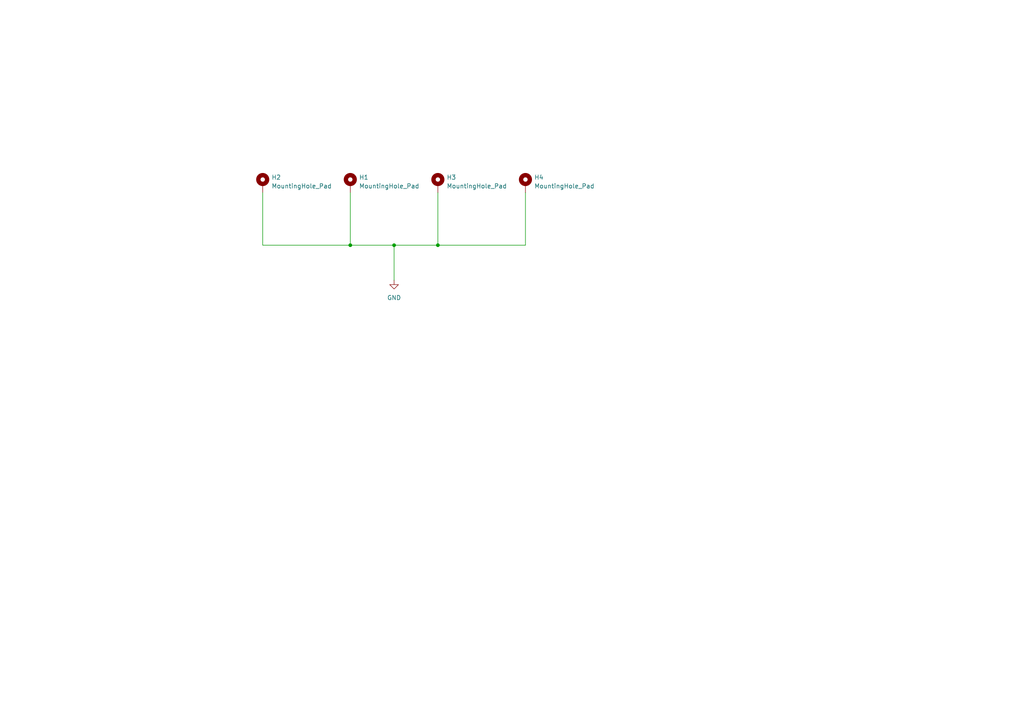
<source format=kicad_sch>
(kicad_sch (version 20230121) (generator eeschema)
  (paper "A4")
  (title_block (title "Antenna Entrance Panel") (date "2023-04-23") (rev "Alpha 1") (company "BG6LH"))
  (lib_symbols
    (symbol "Mechanical:MountingHole_Pad" (pin_numbers hide) (pin_names (offset 1.016) hide)
      (property "Reference" "H" (at 0 6.35 0))
      (property "Value" "MountingHole_Pad" (at 0 4.445 0))
      (symbol "MountingHole_Pad_0_1"
        (circle (center 0 1.27) (radius 1.27) (stroke (width 1.27)))
      )
      (symbol "MountingHole_Pad_1_1"
        (pin input line (at 0 -2.54 90) (length 2.54) (name "1") (number "1"))
      )
    )
    (symbol "power:GND" (power) (pin_names (offset 0))
      (property "Value" "GND" (at 0 -3.81 0))
      (symbol "GND_0_1"
        (polyline (pts (xy 0 0) (xy 0 -1.27) (xy 1.27 -1.27) (xy 0 -2.54) (xy -1.27 -1.27) (xy 0 -1.27)))
      )
      (symbol "GND_1_1"
        (pin power_in line (at 0 0 270) (length 0) hide (name "GND") (number "1"))
      )
    )
  )
  (junction (at 114.3 71.12))
  (junction (at 127 71.12))
  (junction (at 101.6 71.12))
  (wire (pts (xy 127 55.88) (xy 127 71.12)))
  (wire (pts (xy 114.3 71.12) (xy 127 71.12)))
  (wire (pts (xy 76.2 55.88) (xy 76.2 71.12)))
  (wire (pts (xy 76.2 71.12) (xy 101.6 71.12)))
  (wire (pts (xy 114.3 71.12) (xy 101.6 71.12)))
  (wire (pts (xy 152.4 71.12) (xy 152.4 55.88)))
  (wire (pts (xy 127 71.12) (xy 152.4 71.12)))
  (wire (pts (xy 114.3 71.12) (xy 114.3 81.28)))
  (wire (pts (xy 101.6 55.88) (xy 101.6 71.12)))
  (symbol (lib_id "Mechanical:MountingHole_Pad") (at 76.2 53.34 0) (unit 1)
    (property "Reference" "H2" (at 78.74 51.435 0) (effects (justify left)))
    (property "Value" "MountingHole_Pad" (at 78.74 53.975 0) (effects (justify left)))
    (property "Footprint" "MountingHole:MountingHole_3.2mm_M3_Pad_Via" (effects hide))
  )
  (symbol (lib_id "Mechanical:MountingHole_Pad") (at 101.6 53.34 0) (unit 1)
    (property "Reference" "H1" (at 104.14 51.435 0) (effects (justify left)))
    (property "Value" "MountingHole_Pad" (at 104.14 53.975 0) (effects (justify left)))
    (property "Footprint" "MountingHole:MountingHole_3.2mm_M3_Pad_Via" (effects hide))
  )
  (symbol (lib_id "Mechanical:MountingHole_Pad") (at 152.4 53.34 0) (unit 1)
    (property "Reference" "H4" (at 154.94 51.435 0) (effects (justify left)))
    (property "Value" "MountingHole_Pad" (at 154.94 53.975 0) (effects (justify left)))
    (property "Footprint" "MountingHole:MountingHole_3.2mm_M3_Pad_Via" (effects hide))
  )
  (symbol (lib_id "Mechanical:MountingHole_Pad") (at 127 53.34 0) (unit 1)
    (property "Reference" "H3" (at 129.54 51.435 0) (effects (justify left)))
    (property "Value" "MountingHole_Pad" (at 129.54 53.975 0) (effects (justify left)))
    (property "Footprint" "MountingHole:MountingHole_3.2mm_M3_Pad_Via" (effects hide))
  )
  (symbol (lib_id "power:GND") (at 114.3 81.28 0) (unit 1)
    (property "Reference" "#PWR01" (effects hide))
    (property "Value" "GND" (at 114.3 86.36 0))
  )
)
</source>
